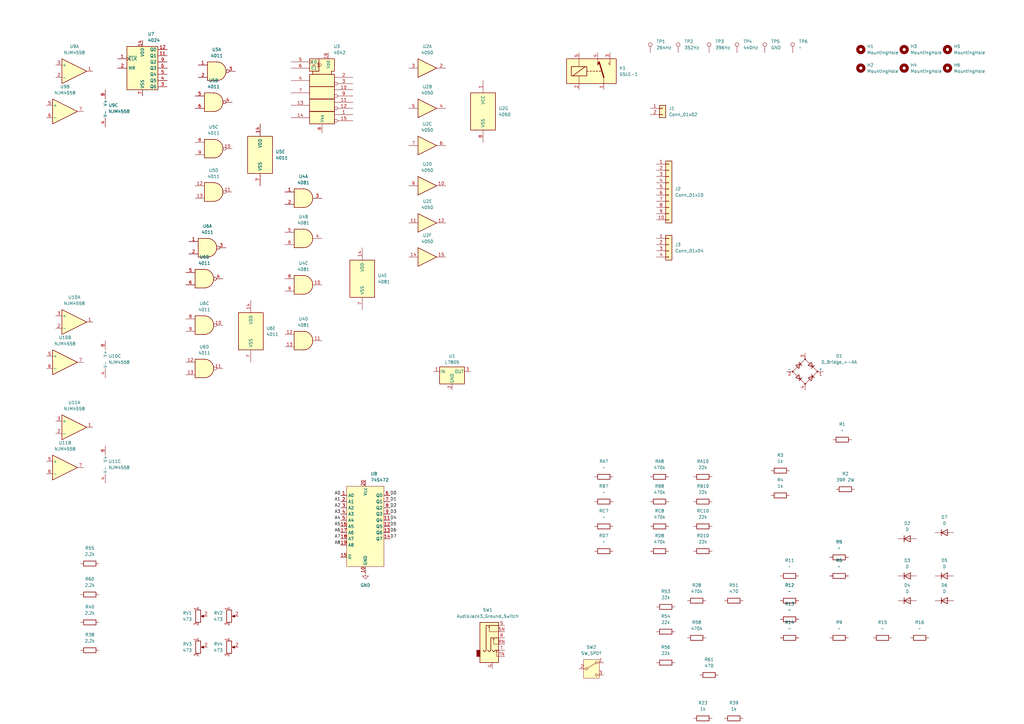
<source format=kicad_sch>
(kicad_sch (version 20250114) (generator "eeschema") (generator_version "9.0")
  (paper "A3")
  (label "A6" (at 139.7 218.44 180))
  (label "A4" (at 139.7 213.36 180))
  (label "D2" (at 160.02 208.28 0))
  (label "D4" (at 160.02 213.36 0))
  (label "A7" (at 139.7 220.98 180))
  (label "D1" (at 160.02 205.74 0))
  (label "A3" (at 139.7 210.82 180))
  (label "D7" (at 160.02 220.98 0))
  (label "D6" (at 160.02 218.44 0))
  (label "A0" (at 139.7 203.2 180))
  (label "A1" (at 139.7 205.74 180))
  (label "A2" (at 139.7 208.28 180))
  (label "D0" (at 160.02 203.2 0))
  (label "D3" (at 160.02 210.82 0))
  (label "D5" (at 160.02 215.9 0))
  (label "A5" (at 139.7 215.9 180))
  (label "A8" (at 139.7 223.52 180))
  (symbol (lib_id "Device:R") (at 36.83 255.27 90) (unit 1)
    (property "Reference" "R40" (at 36.83 248.92 90))
    (property "Value" "2.2k" (at 36.83 251.46 90))
    (property "Footprint" "Resistor_THT:R_Axial_DIN0207_L6.3mm_D2.5mm_P10.16mm_Horizontal" (effects (hide yes)))
    (property "Description" "Resistor" (effects (hide yes)))
  )
  (symbol (lib_id "4xxx:4050") (at 175.26 76.2 0) (unit 4)
    (property "Reference" "U2" (at 175.26 67.31 0))
    (property "Value" "4050" (at 175.26 69.85 0))
    (property "Footprint" "Package_DIP:DIP-16_W7.62mm" (effects (hide yes)))
    (property "Datasheet" "http://www.intersil.com/content/dam/intersil/documents/cd40/cd4050bms.pdf" (effects (hide yes)))
    (property "Description" "Hex Buffer" (effects (hide yes)))
  )
  (symbol (lib_id "4xxx:4050") (at 175.26 105.41 0) (unit 6)
    (property "Reference" "U2" (at 175.26 96.52 0))
    (property "Value" "4050" (at 175.26 99.06 0))
    (property "Footprint" "Package_DIP:DIP-16_W7.62mm" (effects (hide yes)))
    (property "Datasheet" "http://www.intersil.com/content/dam/intersil/documents/cd40/cd4050bms.pdf" (effects (hide yes)))
    (property "Description" "Hex Buffer" (effects (hide yes)))
  )
  (symbol (lib_id "Device:R") (at 247.65 226.06 90) (unit 1)
    (property "Reference" "RD7" (at 247.65 219.71 90))
    (property "Value" "~" (at 247.65 222.25 90))
    (property "Footprint" "Resistor_THT:R_Axial_DIN0207_L6.3mm_D2.5mm_P10.16mm_Horizontal" (effects (hide yes)))
    (property "Description" "Resistor" (effects (hide yes)))
  )
  (symbol (lib_id "Device:R") (at 285.75 261.62 90) (unit 1)
    (property "Reference" "R58" (at 285.75 255.27 90))
    (property "Value" "470k" (at 285.75 257.81 90))
    (property "Footprint" "Resistor_THT:R_Axial_DIN0207_L6.3mm_D2.5mm_P10.16mm_Horizontal" (effects (hide yes)))
    (property "Description" "Resistor" (effects (hide yes)))
  )
  (symbol (lib_id "4xxx:4081") (at 124.46 139.7 0) (unit 4)
    (property "Reference" "U4" (at 124.4517 130.81 0))
    (property "Value" "4081" (at 124.4517 133.35 0))
    (property "Footprint" "Package_DIP:DIP-14_W7.62mm" (effects (hide yes)))
    (property "Datasheet" "http://www.intersil.com/content/dam/Intersil/documents/cd40/cd4073bms-81bms-82bms.pdf" (effects (hide yes)))
    (property "Description" "Quad And 2 inputs" (effects (hide yes)))
  )
  (symbol (lib_id "Device:D_Bridge_+-AA") (at 330.2 152.4 0) (unit 1)
    (property "Reference" "D1" (at 344.17 145.9798 0))
    (property "Value" "D_Bridge_+-AA" (at 344.17 148.5198 0))
    (property "Footprint" "Diode_THT:Diode_Bridge_Vishay_KBL" (effects (hide yes)))
    (property "Description" "Diode bridge, +ve/-ve/AC/AC" (effects (hide yes)))
  )
  (symbol (lib_id "Device:R") (at 288.29 294.64 90) (unit 1)
    (property "Reference" "R23" (at 288.29 288.29 90))
    (property "Value" "1k" (at 288.29 290.83 90))
    (property "Footprint" "Resistor_THT:R_Axial_DIN0207_L6.3mm_D2.5mm_P10.16mm_Horizontal" (effects (hide yes)))
    (property "Description" "Resistor" (effects (hide yes)))
  )
  (symbol (lib_id "Device:R") (at 323.85 261.62 90) (unit 1)
    (property "Reference" "R14" (at 323.85 255.27 90))
    (property "Value" "~" (at 323.85 257.81 90))
    (property "Footprint" "Resistor_THT:R_Axial_DIN0207_L6.3mm_D2.5mm_P10.16mm_Horizontal" (effects (hide yes)))
    (property "Description" "Resistor" (effects (hide yes)))
  )
  (symbol (lib_id "Device:R") (at 300.99 246.38 90) (unit 1)
    (property "Reference" "R51" (at 300.99 240.03 90))
    (property "Value" "470" (at 300.99 242.57 90))
    (property "Footprint" "Resistor_THT:R_Axial_DIN0207_L6.3mm_D2.5mm_P10.16mm_Horizontal" (effects (hide yes)))
    (property "Description" "Resistor" (effects (hide yes)))
  )
  (symbol (lib_id "Device:R") (at 345.44 180.34 90) (unit 1)
    (property "Reference" "R1" (at 345.44 173.99 90))
    (property "Value" "~" (at 345.44 176.53 90))
    (property "Footprint" "Resistor_THT:R_Axial_DIN0207_L6.3mm_D2.5mm_P10.16mm_Horizontal" (effects (hide yes)))
    (property "Description" "Resistor" (effects (hide yes)))
  )
  (symbol (lib_id "Device:R") (at 344.17 228.6 90) (unit 1)
    (property "Reference" "R5" (at 344.17 222.25 90))
    (property "Value" "~" (at 344.17 224.79 90))
    (property "Footprint" "Resistor_THT:R_Axial_DIN0207_L6.3mm_D2.5mm_P10.16mm_Horizontal" (effects (hide yes)))
    (property "Description" "Resistor" (effects (hide yes)))
  )
  (symbol (lib_id "4xxx:4081") (at 124.46 116.84 0) (unit 3)
    (property "Reference" "U4" (at 124.4517 107.95 0))
    (property "Value" "4081" (at 124.4517 110.49 0))
    (property "Footprint" "Package_DIP:DIP-14_W7.62mm" (effects (hide yes)))
    (property "Datasheet" "http://www.intersil.com/content/dam/Intersil/documents/cd40/cd4073bms-81bms-82bms.pdf" (effects (hide yes)))
    (property "Description" "Quad And 2 inputs" (effects (hide yes)))
  )
  (symbol (lib_id "Device:C") (at 304.8 303.53 0) (unit 1)
    (property "Reference" "C5" (at 308.61 302.2599 0) (effects (justify left)))
    (property "Value" "C" (at 308.61 304.7999 0) (effects (justify left)))
    (property "Footprint" "Capacitor_THT:C_Disc_D10.0mm_W2.5mm_P5.00mm" (effects (hide yes)))
    (property "Description" "Unpolarized capacitor" (effects (hide yes)))
  )
  (symbol (lib_id "Device:C") (at 279.4 303.53 0) (unit 1)
    (property "Reference" "C36" (at 283.21 302.2599 0) (effects (justify left)))
    (property "Value" "C" (at 283.21 304.7999 0) (effects (justify left)))
    (property "Footprint" "Capacitor_THT:C_Disc_D10.0mm_W2.5mm_P5.00mm" (effects (hide yes)))
    (property "Description" "Unpolarized capacitor" (effects (hide yes)))
  )
  (symbol (lib_id "Device:D") (at 387.35 236.22 0) (unit 1)
    (property "Reference" "D5" (at 387.35 229.87 0))
    (property "Value" "D" (at 387.35 232.41 0))
    (property "Footprint" "Diode_THT:D_A-405_P10.16mm_Horizontal" (effects (hide yes)))
    (property "Description" "Diode" (effects (hide yes)))
    (property "Sim.Device" "D" (effects (hide yes)))
    (property "Sim.Pins" "1=K 2=A" (effects (hide yes)))
  )
  (symbol (lib_id "Device:R_Potentiometer") (at 93.98 252.73 0) (unit 1)
    (property "Reference" "RV2" (at 91.44 251.4599 0) (effects (justify right)))
    (property "Value" "473" (at 91.44 253.9999 0) (effects (justify right)))
    (property "Footprint" "Potentiometer_THT:Potentiometer_Runtron_RM-065_Vertical" (effects (hide yes)))
    (property "Description" "Potentiometer" (effects (hide yes)))
  )
  (symbol (lib_id "Device:R") (at 346.71 200.66 90) (unit 1)
    (property "Reference" "R2" (at 346.71 194.31 90))
    (property "Value" "39R 2W" (at 346.71 196.85 90))
    (property "Footprint" "Resistor_THT:R_Axial_DIN0516_L15.5mm_D5.0mm_P20.32mm_Horizontal" (effects (hide yes)))
    (property "Description" "Resistor" (effects (hide yes)))
  )
  (symbol (lib_id "Device:D") (at 427.99 215.9 0) (unit 1)
    (property "Reference" "DA8" (at 427.99 209.55 0))
    (property "Value" "D" (at 427.99 212.09 0))
    (property "Footprint" "Diode_THT:D_A-405_P10.16mm_Horizontal" (effects (hide yes)))
    (property "Description" "Diode" (effects (hide yes)))
    (property "Sim.Device" "D" (effects (hide yes)))
    (property "Sim.Pins" "1=K 2=A" (effects (hide yes)))
  )
  (symbol (lib_id "Connector_Audio:AudioJack3_Ground_Switch") (at 201.93 261.62 0) (unit 1)
    (property "Reference" "SW1" (at 200.025 250.19 0))
    (property "Value" "AudioJack3_Ground_Switch" (at 200.025 252.73 0))
    (property "Footprint" "Connector_Audio:Jack_6.35mm_Neutrik_NMJ6HCD2_Horizontal" (effects (hide yes)))
    (property "Description" "Audio Jack, 3 Poles (Stereo / TRS), Grounded Sleeve, Switched Poles (Normalling)" (effects (hide yes)))
  )
  (symbol (lib_id "Device:D") (at 387.35 246.38 0) (unit 1)
    (property "Reference" "D6" (at 387.35 240.03 0))
    (property "Value" "D" (at 387.35 242.57 0))
    (property "Footprint" "Diode_THT:D_A-405_P10.16mm_Horizontal" (effects (hide yes)))
    (property "Description" "Diode" (effects (hide yes)))
    (property "Sim.Device" "D" (effects (hide yes)))
    (property "Sim.Pins" "1=K 2=A" (effects (hide yes)))
  )
  (symbol (lib_id "power:GND") (at 149.86 234.95 0) (unit 1)
    (property "Reference" "#PWR01" (effects (hide yes)))
    (property "Value" "GND" (at 149.86 240.03 0))
    (property "Description" "Power symbol creates a global label with name \"GND\" , ground" (effects (hide yes)))
  )
  (symbol (lib_id "Device:R") (at 270.51 226.06 90) (unit 1)
    (property "Reference" "RD8" (at 270.51 219.71 90))
    (property "Value" "470k" (at 270.51 222.25 90))
    (property "Footprint" "Resistor_THT:R_Axial_DIN0207_L6.3mm_D2.5mm_P10.16mm_Horizontal" (effects (hide yes)))
    (property "Description" "Resistor" (effects (hide yes)))
  )
  (symbol (lib_id "Device:R") (at 217.17 337.82 90) (unit 1)
    (property "Reference" "R46" (at 217.17 331.47 90))
    (property "Value" "3.3k" (at 217.17 334.01 90))
    (property "Footprint" "Resistor_THT:R_Axial_DIN0207_L6.3mm_D2.5mm_P10.16mm_Horizontal" (effects (hide yes)))
    (property "Description" "Resistor" (effects (hide yes)))
  )
  (symbol (lib_id "Amplifier_Operational:NJM4558") (at 45.72 147.32 0) (unit 3)
    (property "Reference" "U10" (at 44.45 146.0499 0) (effects (justify left)))
    (property "Value" "NJM4558" (at 44.45 148.5899 0) (effects (justify left)))
    (property "Footprint" "Package_DIP:DIP-8_W7.62mm" (effects (hide yes)))
    (property "Datasheet" "http://www.njr.com/semicon/PDF/NJM4558_NJM4559_E.pdf" (effects (hide yes)))
    (property "Description" "Dual Operational Amplifier, DIP-8/DMP-8/SIP-8/SOP-8/SSOP-8" (effects (hide yes)))
  )
  (symbol (lib_id "Mechanical:MountingHole") (at 388.62 20.32 0) (unit 1) (in_bom no)
    (property "Reference" "H5" (at 391.16 19.0499 0) (effects (justify left)))
    (property "Value" "MountingHole" (at 391.16 21.5899 0) (effects (justify left)))
    (property "Footprint" "MountingHole:MountingHole_3.2mm_M3" (effects (hide yes)))
    (property "Description" "Mounting Hole without connection" (effects (hide yes)))
  )
  (symbol (lib_id "Amplifier_Operational:NJM4558") (at 30.48 175.26 0) (unit 1)
    (property "Reference" "U11" (at 30.48 165.1 0))
    (property "Value" "NJM4558" (at 30.48 167.64 0))
    (property "Footprint" "Package_DIP:DIP-8_W7.62mm" (effects (hide yes)))
    (property "Datasheet" "http://www.njr.com/semicon/PDF/NJM4558_NJM4559_E.pdf" (effects (hide yes)))
    (property "Description" "Dual Operational Amplifier, DIP-8/DMP-8/SIP-8/SOP-8/SSOP-8" (effects (hide yes)))
  )
  (symbol (lib_id "Connector:TestPoint") (at 278.13 21.59 0) (unit 1)
    (property "Reference" "TP2" (at 280.67 17.0179 0) (effects (justify left)))
    (property "Value" "352Hz" (at 280.67 19.5579 0) (effects (justify left)))
    (property "Footprint" "TestPoint:TestPoint_Keystone_5000-5004_Miniature" (effects (hide yes)))
    (property "Description" "test point" (effects (hide yes)))
  )
  (symbol (lib_id "Mechanical:MountingHole") (at 353.06 20.32 0) (unit 1) (in_bom no)
    (property "Reference" "H1" (at 355.6 19.0499 0) (effects (justify left)))
    (property "Value" "MountingHole" (at 355.6 21.5899 0) (effects (justify left)))
    (property "Footprint" "MountingHole:MountingHole_3.2mm_M3" (effects (hide yes)))
    (property "Description" "Mounting Hole without connection" (effects (hide yes)))
  )
  (symbol (lib_id "Relay:G5LE-1") (at 242.57 29.21 0) (unit 1)
    (property "Reference" "K1" (at 254 27.9399 0) (effects (justify left)))
    (property "Value" "G5LE-1" (at 254 30.4799 0) (effects (justify left)))
    (property "Footprint" "Relay_THT:Relay_SPDT_Omron-G5LE-1" (effects (hide yes)))
    (property "Datasheet" "http://www.omron.com/ecb/products/pdf/en-g5le.pdf" (effects (hide yes)))
    (property "Description" "Omron G5LE relay, Miniature Single Pole, SPDT, 10A" (effects (hide yes)))
  )
  (symbol (lib_id "4xxx:4011") (at 87.63 41.91 0) (unit 2)
    (property "Reference" "U5" (at 87.6217 33.02 0))
    (property "Value" "4011" (at 87.6217 35.56 0))
    (property "Footprint" "Package_DIP:DIP-14_W7.62mm" (effects (hide yes)))
    (property "Datasheet" "http://www.intersil.com/content/dam/Intersil/documents/cd40/cd4011bms-12bms-23bms.pdf" (effects (hide yes)))
    (property "Description" "Quad Nand 2 inputs" (effects (hide yes)))
  )
  (symbol (lib_id "4xxx:4011") (at 106.68 63.5 0) (unit 5)
    (property "Reference" "U5" (at 113.03 62.2299 0) (effects (justify left)))
    (property "Value" "4011" (at 113.03 64.7699 0) (effects (justify left)))
    (property "Footprint" "Package_DIP:DIP-14_W7.62mm" (effects (hide yes)))
    (property "Datasheet" "http://www.intersil.com/content/dam/Intersil/documents/cd40/cd4011bms-12bms-23bms.pdf" (effects (hide yes)))
    (property "Description" "Quad Nand 2 inputs" (effects (hide yes)))
  )
  (symbol (lib_id "Device:R") (at 36.83 243.84 90) (unit 1)
    (property "Reference" "R60" (at 36.83 237.49 90))
    (property "Value" "2.2k" (at 36.83 240.03 90))
    (property "Footprint" "Resistor_THT:R_Axial_DIN0207_L6.3mm_D2.5mm_P10.16mm_Horizontal" (effects (hide yes)))
    (property "Description" "Resistor" (effects (hide yes)))
  )
  (symbol (lib_id "Device:R") (at 323.85 254 90) (unit 1)
    (property "Reference" "R13" (at 323.85 247.65 90))
    (property "Value" "~" (at 323.85 250.19 90))
    (property "Footprint" "Resistor_THT:R_Axial_DIN0207_L6.3mm_D2.5mm_P10.16mm_Horizontal" (effects (hide yes)))
    (property "Description" "Resistor" (effects (hide yes)))
  )
  (symbol (lib_id "Device:C_Polarized") (at 261.62 303.53 0) (unit 1)
    (property "Reference" "C4" (at 265.43 301.3709 0) (effects (justify left)))
    (property "Value" "100u" (at 265.43 303.9109 0) (effects (justify left)))
    (property "Footprint" "Capacitor_THT:CP_Radial_D8.0mm_P3.50mm" (effects (hide yes)))
    (property "Description" "Polarized capacitor" (effects (hide yes)))
  )
  (symbol (lib_id "Connector:TestPoint") (at 290.83 21.59 0) (unit 1)
    (property "Reference" "TP3" (at 293.37 17.0179 0) (effects (justify left)))
    (property "Value" "396Hz" (at 293.37 19.5579 0) (effects (justify left)))
    (property "Footprint" "TestPoint:TestPoint_Keystone_5000-5004_Miniature" (effects (hide yes)))
    (property "Description" "test point" (effects (hide yes)))
  )
  (symbol (lib_id "Device:R") (at 288.29 205.74 90) (unit 1)
    (property "Reference" "RB10" (at 288.29 199.39 90))
    (property "Value" "22k" (at 288.29 201.93 90))
    (property "Footprint" "Resistor_THT:R_Axial_DIN0207_L6.3mm_D2.5mm_P10.16mm_Horizontal" (effects (hide yes)))
    (property "Description" "Resistor" (effects (hide yes)))
  )
  (symbol (lib_id "4xxx_IEEE:4042") (at 132.08 36.83 0) (unit 1)
    (property "Reference" "U3" (at 136.7633 19.05 0) (effects (justify left)))
    (property "Value" "4042" (at 136.7633 21.59 0) (effects (justify left)))
    (property "Footprint" "Package_DIP:DIP-16_W7.62mm" (effects (hide yes)))
  )
  (symbol (lib_id "Device:R") (at 285.75 246.38 90) (unit 1)
    (property "Reference" "R28" (at 285.75 240.03 90))
    (property "Value" "470k" (at 285.75 242.57 90))
    (property "Footprint" "Resistor_THT:R_Axial_DIN0207_L6.3mm_D2.5mm_P10.16mm_Horizontal" (effects (hide yes)))
    (property "Description" "Resistor" (effects (hide yes)))
  )
  (symbol (lib_id "Device:R_Potentiometer") (at 81.28 265.43 0) (unit 1)
    (property "Reference" "RV3" (at 78.74 264.1599 0) (effects (justify right)))
    (property "Value" "473" (at 78.74 266.6999 0) (effects (justify right)))
    (property "Footprint" "Potentiometer_THT:Potentiometer_Runtron_RM-065_Vertical" (effects (hide yes)))
    (property "Description" "Potentiometer" (effects (hide yes)))
  )
  (symbol (lib_id "Device:D") (at 427.99 226.06 0) (unit 1)
    (property "Reference" "DB8" (at 427.99 219.71 0))
    (property "Value" "D" (at 427.99 222.25 0))
    (property "Footprint" "Diode_THT:D_A-405_P10.16mm_Horizontal" (effects (hide yes)))
    (property "Description" "Diode" (effects (hide yes)))
    (property "Sim.Device" "D" (effects (hide yes)))
    (property "Sim.Pins" "1=K 2=A" (effects (hide yes)))
  )
  (symbol (lib_id "Device:R") (at 320.04 203.2 90) (unit 1)
    (property "Reference" "R4" (at 320.04 196.85 90))
    (property "Value" "1k" (at 320.04 199.39 90))
    (property "Footprint" "Resistor_THT:R_Axial_DIN0207_L6.3mm_D2.5mm_P10.16mm_Horizontal" (effects (hide yes)))
    (property "Description" "Resistor" (effects (hide yes)))
  )
  (symbol (lib_id "Amplifier_Operational:NJM4558") (at 45.72 44.45 0) (unit 3)
    (property "Reference" "U9" (at 44.45 43.1799 0) (effects (justify left)))
    (property "Value" "NJM4558" (at 44.45 45.7199 0) (effects (justify left)))
    (property "Footprint" "Package_DIP:DIP-8_W7.62mm" (effects (hide yes)))
    (property "Datasheet" "http://www.njr.com/semicon/PDF/NJM4558_NJM4559_E.pdf" (effects (hide yes)))
    (property "Description" "Dual Operational Amplifier, DIP-8/DMP-8/SIP-8/SOP-8/SSOP-8" (effects (hide yes)))
  )
  (symbol (lib_id "Amplifier_Operational:NJM4558") (at 26.67 191.77 0) (unit 2)
    (property "Reference" "U11" (at 26.67 181.61 0))
    (property "Value" "NJM4558" (at 26.67 184.15 0))
    (property "Footprint" "Package_DIP:DIP-8_W7.62mm" (effects (hide yes)))
    (property "Datasheet" "http://www.njr.com/semicon/PDF/NJM4558_NJM4559_E.pdf" (effects (hide yes)))
    (property "Description" "Dual Operational Amplifier, DIP-8/DMP-8/SIP-8/SOP-8/SSOP-8" (effects (hide yes)))
  )
  (symbol (lib_id "Amplifier_Operational:NJM4558") (at 30.48 132.08 0) (unit 1)
    (property "Reference" "U10" (at 30.48 121.92 0))
    (property "Value" "NJM4558" (at 30.48 124.46 0))
    (property "Footprint" "Package_DIP:DIP-8_W7.62mm" (effects (hide yes)))
    (property "Datasheet" "http://www.njr.com/semicon/PDF/NJM4558_NJM4559_E.pdf" (effects (hide yes)))
    (property "Description" "Dual Operational Amplifier, DIP-8/DMP-8/SIP-8/SOP-8/SSOP-8" (effects (hide yes)))
  )
  (symbol (lib_id "Device:R") (at 273.05 248.92 90) (unit 1)
    (property "Reference" "R53" (at 273.05 242.57 90))
    (property "Value" "22k" (at 273.05 245.11 90))
    (property "Footprint" "Resistor_THT:R_Axial_DIN0207_L6.3mm_D2.5mm_P10.16mm_Horizontal" (effects (hide yes)))
    (property "Description" "Resistor" (effects (hide yes)))
  )
  (symbol (lib_id "Connector:TestPoint") (at 266.7 21.59 0) (unit 1)
    (property "Reference" "TP1" (at 269.24 17.0179 0) (effects (justify left)))
    (property "Value" "264Hz" (at 269.24 19.5579 0) (effects (justify left)))
    (property "Footprint" "TestPoint:TestPoint_Keystone_5000-5004_Miniature" (effects (hide yes)))
    (property "Description" "test point" (effects (hide yes)))
  )
  (symbol (lib_id "Device:R_Potentiometer") (at 93.98 265.43 0) (unit 1)
    (property "Reference" "RV4" (at 91.44 264.1599 0) (effects (justify right)))
    (property "Value" "473" (at 91.44 266.6999 0) (effects (justify right)))
    (property "Footprint" "Potentiometer_THT:Potentiometer_Runtron_RM-065_Vertical" (effects (hide yes)))
    (property "Description" "Potentiometer" (effects (hide yes)))
  )
  (symbol (lib_id "4xxx:4050") (at 175.26 27.94 0) (unit 1)
    (property "Reference" "U2" (at 175.26 19.05 0))
    (property "Value" "4050" (at 175.26 21.59 0))
    (property "Footprint" "Package_DIP:DIP-16_W7.62mm" (effects (hide yes)))
    (property "Datasheet" "http://www.intersil.com/content/dam/intersil/documents/cd40/cd4050bms.pdf" (effects (hide yes)))
    (property "Description" "Hex Buffer" (effects (hide yes)))
  )
  (symbol (lib_id "Device:D") (at 372.11 246.38 0) (unit 1)
    (property "Reference" "D4" (at 372.11 240.03 0))
    (property "Value" "D" (at 372.11 242.57 0))
    (property "Footprint" "Diode_THT:D_A-405_P10.16mm_Horizontal" (effects (hide yes)))
    (property "Description" "Diode" (effects (hide yes)))
    (property "Sim.Device" "D" (effects (hide yes)))
    (property "Sim.Pins" "1=K 2=A" (effects (hide yes)))
  )
  (symbol (lib_id "Mechanical:MountingHole") (at 388.62 27.94 0) (unit 1) (in_bom no)
    (property "Reference" "H6" (at 391.16 26.6699 0) (effects (justify left)))
    (property "Value" "MountingHole" (at 391.16 29.2099 0) (effects (justify left)))
    (property "Footprint" "MountingHole:MountingHole_3.2mm_M3" (effects (hide yes)))
    (property "Description" "Mounting Hole without connection" (effects (hide yes)))
  )
  (symbol (lib_id "Device:R") (at 217.17 313.69 90) (unit 1)
    (property "Reference" "R31" (at 217.17 307.34 90))
    (property "Value" "3.3k" (at 217.17 309.88 90))
    (property "Footprint" "Resistor_THT:R_Axial_DIN0207_L6.3mm_D2.5mm_P10.16mm_Horizontal" (effects (hide yes)))
    (property "Description" "Resistor" (effects (hide yes)))
  )
  (symbol (lib_id "Device:R") (at 36.83 231.14 90) (unit 1)
    (property "Reference" "R55" (at 36.83 224.79 90))
    (property "Value" "2.2k" (at 36.83 227.33 90))
    (property "Footprint" "Resistor_THT:R_Axial_DIN0207_L6.3mm_D2.5mm_P10.16mm_Horizontal" (effects (hide yes)))
    (property "Description" "Resistor" (effects (hide yes)))
  )
  (symbol (lib_id "Device:R") (at 273.05 259.08 90) (unit 1)
    (property "Reference" "R54" (at 273.05 252.73 90))
    (property "Value" "22k" (at 273.05 255.27 90))
    (property "Footprint" "Resistor_THT:R_Axial_DIN0207_L6.3mm_D2.5mm_P10.16mm_Horizontal" (effects (hide yes)))
    (property "Description" "Resistor" (effects (hide yes)))
  )
  (symbol (lib_id "4xxx:4081") (at 124.46 97.79 0) (unit 2)
    (property "Reference" "U4" (at 124.4517 88.9 0))
    (property "Value" "4081" (at 124.4517 91.44 0))
    (property "Footprint" "Package_DIP:DIP-14_W7.62mm" (effects (hide yes)))
    (property "Datasheet" "http://www.intersil.com/content/dam/Intersil/documents/cd40/cd4073bms-81bms-82bms.pdf" (effects (hide yes)))
    (property "Description" "Quad And 2 inputs" (effects (hide yes)))
  )
  (symbol (lib_id "Device:R") (at 323.85 246.38 90) (unit 1)
    (property "Reference" "R12" (at 323.85 240.03 90))
    (property "Value" "~" (at 323.85 242.57 90))
    (property "Footprint" "Resistor_THT:R_Axial_DIN0207_L6.3mm_D2.5mm_P10.16mm_Horizontal" (effects (hide yes)))
    (property "Description" "Resistor" (effects (hide yes)))
  )
  (symbol (lib_id "Device:R") (at 288.29 226.06 90) (unit 1)
    (property "Reference" "RD10" (at 288.29 219.71 90))
    (property "Value" "22k" (at 288.29 222.25 90))
    (property "Footprint" "Resistor_THT:R_Axial_DIN0207_L6.3mm_D2.5mm_P10.16mm_Horizontal" (effects (hide yes)))
    (property "Description" "Resistor" (effects (hide yes)))
  )
  (symbol (lib_id "BPROM:74S472") (at 149.86 215.9 0) (unit 1)
    (property "Reference" "U8" (at 152.0033 194.31 0) (effects (justify left)))
    (property "Value" "74S472" (at 152.0033 196.85 0) (effects (justify left)))
    (property "Footprint" "Package_DIP:DIP-20_W7.62mm" (effects (hide yes)))
  )
  (symbol (lib_id "Device:R") (at 270.51 195.58 90) (unit 1)
    (property "Reference" "RA8" (at 270.51 189.23 90))
    (property "Value" "470k" (at 270.51 191.77 90))
    (property "Footprint" "Resistor_THT:R_Axial_DIN0207_L6.3mm_D2.5mm_P10.16mm_Horizontal" (effects (hide yes)))
    (property "Description" "Resistor" (effects (hide yes)))
  )
  (symbol (lib_id "Device:R") (at 247.65 195.58 90) (unit 1)
    (property "Reference" "RA7" (at 247.65 189.23 90))
    (property "Value" "~" (at 247.65 191.77 90))
    (property "Footprint" "Resistor_THT:R_Axial_DIN0207_L6.3mm_D2.5mm_P10.16mm_Horizontal" (effects (hide yes)))
    (property "Description" "Resistor" (effects (hide yes)))
  )
  (symbol (lib_id "Device:R") (at 270.51 215.9 90) (unit 1)
    (property "Reference" "RC8" (at 270.51 209.55 90))
    (property "Value" "470k" (at 270.51 212.09 90))
    (property "Footprint" "Resistor_THT:R_Axial_DIN0207_L6.3mm_D2.5mm_P10.16mm_Horizontal" (effects (hide yes)))
    (property "Description" "Resistor" (effects (hide yes)))
  )
  (symbol (lib_id "4xxx:4011") (at 102.87 135.89 0) (unit 5)
    (property "Reference" "U6" (at 109.22 134.6199 0) (effects (justify left)))
    (property "Value" "4011" (at 109.22 137.1599 0) (effects (justify left)))
    (property "Footprint" "Package_DIP:DIP-14_W7.62mm" (effects (hide yes)))
    (property "Datasheet" "http://www.intersil.com/content/dam/Intersil/documents/cd40/cd4011bms-12bms-23bms.pdf" (effects (hide yes)))
    (property "Description" "Quad Nand 2 inputs" (effects (hide yes)))
  )
  (symbol (lib_id "4xxx:4050") (at 175.26 44.45 0) (unit 2)
    (property "Reference" "U2" (at 175.26 35.56 0))
    (property "Value" "4050" (at 175.26 38.1 0))
    (property "Footprint" "Package_DIP:DIP-16_W7.62mm" (effects (hide yes)))
    (property "Datasheet" "http://www.intersil.com/content/dam/intersil/documents/cd40/cd4050bms.pdf" (effects (hide yes)))
    (property "Description" "Hex Buffer" (effects (hide yes)))
  )
  (symbol (lib_id "Connector:TestPoint") (at 313.69 21.59 0) (unit 1)
    (property "Reference" "TP5" (at 316.23 17.0179 0) (effects (justify left)))
    (property "Value" "GND" (at 316.23 19.5579 0) (effects (justify left)))
    (property "Footprint" "TestPoint:TestPoint_Keystone_5000-5004_Miniature" (effects (hide yes)))
    (property "Description" "test point" (effects (hide yes)))
  )
  (symbol (lib_id "Amplifier_Operational:NJM4558") (at 26.67 45.72 0) (unit 2)
    (property "Reference" "U9" (at 26.67 35.56 0))
    (property "Value" "NJM4558" (at 26.67 38.1 0))
    (property "Footprint" "Package_DIP:DIP-8_W7.62mm" (effects (hide yes)))
    (property "Datasheet" "http://www.njr.com/semicon/PDF/NJM4558_NJM4559_E.pdf" (effects (hide yes)))
    (property "Description" "Dual Operational Amplifier, DIP-8/DMP-8/SIP-8/SOP-8/SSOP-8" (effects (hide yes)))
  )
  (symbol (lib_id "Device:R") (at 270.51 205.74 90) (unit 1)
    (property "Reference" "RB8" (at 270.51 199.39 90))
    (property "Value" "470k" (at 270.51 201.93 90))
    (property "Footprint" "Resistor_THT:R_Axial_DIN0207_L6.3mm_D2.5mm_P10.16mm_Horizontal" (effects (hide yes)))
    (property "Description" "Resistor" (effects (hide yes)))
  )
  (symbol (lib_id "Device:R") (at 377.19 261.62 90) (unit 1)
    (property "Reference" "R16" (at 377.19 255.27 90))
    (property "Value" "~" (at 377.19 257.81 90))
    (property "Footprint" "Resistor_THT:R_Axial_DIN0207_L6.3mm_D2.5mm_P10.16mm_Horizontal" (effects (hide yes)))
    (property "Description" "Resistor" (effects (hide yes)))
  )
  (symbol (lib_id "Device:D") (at 372.11 236.22 0) (unit 1)
    (property "Reference" "D3" (at 372.11 229.87 0))
    (property "Value" "D" (at 372.11 232.41 0))
    (property "Footprint" "Diode_THT:D_A-405_P10.16mm_Horizontal" (effects (hide yes)))
    (property "Description" "Diode" (effects (hide yes)))
    (property "Sim.Device" "D" (effects (hide yes)))
    (property "Sim.Pins" "1=K 2=A" (effects (hide yes)))
  )
  (symbol (lib_id "Device:R") (at 300.99 294.64 90) (unit 1)
    (property "Reference" "R39" (at 300.99 288.29 90))
    (property "Value" "1k" (at 300.99 290.83 90))
    (property "Footprint" "Resistor_THT:R_Axial_DIN0207_L6.3mm_D2.5mm_P10.16mm_Horizontal" (effects (hide yes)))
    (property "Description" "Resistor" (effects (hide yes)))
  )
  (symbol (lib_id "4xxx:4011") (at 85.09 101.6 0) (unit 1)
    (property "Reference" "U6" (at 85.0817 92.71 0))
    (property "Value" "4011" (at 85.0817 95.25 0))
    (property "Footprint" "Package_DIP:DIP-14_W7.62mm" (effects (hide yes)))
    (property "Datasheet" "http://www.intersil.com/content/dam/Intersil/documents/cd40/cd4011bms-12bms-23bms.pdf" (effects (hide yes)))
    (property "Description" "Quad Nand 2 inputs" (effects (hide yes)))
  )
  (symbol (lib_id "Device:R") (at 290.83 276.86 90) (unit 1)
    (property "Reference" "R61" (at 290.83 270.51 90))
    (property "Value" "470" (at 290.83 273.05 90))
    (property "Footprint" "Resistor_THT:R_Axial_DIN0207_L6.3mm_D2.5mm_P10.16mm_Horizontal" (effects (hide yes)))
    (property "Description" "Resistor" (effects (hide yes)))
  )
  (symbol (lib_id "Connector_Generic:Conn_01x04") (at 274.32 100.33 0) (unit 1)
    (property "Reference" "J3" (at 276.86 100.3299 0) (effects (justify left)))
    (property "Value" "Conn_01x04" (at 276.86 102.8699 0) (effects (justify left)))
    (property "Footprint" "Connector_JST:JST_EH_B4B-EH-A_1x04_P2.50mm_Vertical" (effects (hide yes)))
    (property "Description" "Generic connector, single row, 01x04, script generated (kicad-library-utils/schlib/autogen/connector/)" (effects (hide yes)))
  )
  (symbol (lib_id "Device:D") (at 427.99 248.92 0) (unit 1)
    (property "Reference" "DD8" (at 427.99 242.57 0))
    (property "Value" "D" (at 427.99 245.11 0))
    (property "Footprint" "Diode_THT:D_A-405_P10.16mm_Horizontal" (effects (hide yes)))
    (property "Description" "Diode" (effects (hide yes)))
    (property "Sim.Device" "D" (effects (hide yes)))
    (property "Sim.Pins" "1=K 2=A" (effects (hide yes)))
  )
  (symbol (lib_id "Mechanical:MountingHole") (at 370.84 27.94 0) (unit 1) (in_bom no)
    (property "Reference" "H4" (at 373.38 26.6699 0) (effects (justify left)))
    (property "Value" "MountingHole" (at 373.38 29.2099 0) (effects (justify left)))
    (property "Footprint" "MountingHole:MountingHole_3.2mm_M3" (effects (hide yes)))
    (property "Description" "Mounting Hole without connection" (effects (hide yes)))
  )
  (symbol (lib_id "Connector:TestPoint") (at 325.12 21.59 0) (unit 1)
    (property "Reference" "TP6" (at 327.66 17.0179 0) (effects (justify left)))
    (property "Value" "~" (at 327.66 19.5579 0) (effects (justify left)))
    (property "Footprint" "TestPoint:TestPoint_Keystone_5000-5004_Miniature" (effects (hide yes)))
    (property "Description" "test point" (effects (hide yes)))
  )
  (symbol (lib_id "Device:C") (at 317.5 303.53 0) (unit 1)
    (property "Reference" "C25" (at 321.31 302.2599 0) (effects (justify left)))
    (property "Value" "C" (at 321.31 304.7999 0) (effects (justify left)))
    (property "Footprint" "Capacitor_THT:C_Disc_D10.0mm_W2.5mm_P5.00mm" (effects (hide yes)))
    (property "Description" "Unpolarized capacitor" (effects (hide yes)))
  )
  (symbol (lib_id "Device:R") (at 36.83 266.7 90) (unit 1)
    (property "Reference" "R38" (at 36.83 260.35 90))
    (property "Value" "2.2k" (at 36.83 262.89 90))
    (property "Footprint" "Resistor_THT:R_Axial_DIN0207_L6.3mm_D2.5mm_P10.16mm_Horizontal" (effects (hide yes)))
    (property "Description" "Resistor" (effects (hide yes)))
  )
  (symbol (lib_id "Device:D") (at 372.11 220.98 0) (unit 1)
    (property "Reference" "D2" (at 372.11 214.63 0))
    (property "Value" "D" (at 372.11 217.17 0))
    (property "Footprint" "Diode_THT:D_A-405_P10.16mm_Horizontal" (effects (hide yes)))
    (property "Description" "Diode" (effects (hide yes)))
    (property "Sim.Device" "D" (effects (hide yes)))
    (property "Sim.Pins" "1=K 2=A" (effects (hide yes)))
  )
  (symbol (lib_id "4xxx:4011") (at 87.63 60.96 0) (unit 3)
    (property "Reference" "U5" (at 87.6217 52.07 0))
    (property "Value" "4011" (at 87.6217 54.61 0))
    (property "Footprint" "Package_DIP:DIP-14_W7.62mm" (effects (hide yes)))
    (property "Datasheet" "http://www.intersil.com/content/dam/Intersil/documents/cd40/cd4011bms-12bms-23bms.pdf" (effects (hide yes)))
    (property "Description" "Quad Nand 2 inputs" (effects (hide yes)))
  )
  (symbol (lib_id "Device:D") (at 387.35 218.44 0) (unit 1)
    (property "Reference" "D7" (at 387.35 212.09 0))
    (property "Value" "D" (at 387.35 214.63 0))
    (property "Footprint" "Diode_THT:D_A-405_P10.16mm_Horizontal" (effects (hide yes)))
    (property "Description" "Diode" (effects (hide yes)))
    (property "Sim.Device" "D" (effects (hide yes)))
    (property "Sim.Pins" "1=K 2=A" (effects (hide yes)))
  )
  (symbol (lib_id "Device:R") (at 247.65 205.74 90) (unit 1)
    (property "Reference" "RB7" (at 247.65 199.39 90))
    (property "Value" "~" (at 247.65 201.93 90))
    (property "Footprint" "Resistor_THT:R_Axial_DIN0207_L6.3mm_D2.5mm_P10.16mm_Horizontal" (effects (hide yes)))
    (property "Description" "Resistor" (effects (hide yes)))
  )
  (symbol (lib_id "Device:R") (at 288.29 195.58 90) (unit 1)
    (property "Reference" "RA10" (at 288.29 189.23 90))
    (property "Value" "22k" (at 288.29 191.77 90))
    (property "Footprint" "Resistor_THT:R_Axial_DIN0207_L6.3mm_D2.5mm_P10.16mm_Horizontal" (effects (hide yes)))
    (property "Description" "Resistor" (effects (hide yes)))
  )
  (symbol (lib_id "4xxx:4011") (at 88.9 29.21 0) (unit 1)
    (property "Reference" "U5" (at 88.8917 20.32 0))
    (property "Value" "4011" (at 88.8917 22.86 0))
    (property "Footprint" "Package_DIP:DIP-14_W7.62mm" (effects (hide yes)))
    (property "Datasheet" "http://www.intersil.com/content/dam/Intersil/documents/cd40/cd4011bms-12bms-23bms.pdf" (effects (hide yes)))
    (property "Description" "Quad Nand 2 inputs" (effects (hide yes)))
  )
  (symbol (lib_id "Device:R") (at 217.17 327.66 90) (unit 1)
    (property "Reference" "R34" (at 217.17 321.31 90))
    (property "Value" "3.3k" (at 217.17 323.85 90))
    (property "Footprint" "Resistor_THT:R_Axial_DIN0207_L6.3mm_D2.5mm_P10.16mm_Horizontal" (effects (hide yes)))
    (property "Description" "Resistor" (effects (hide yes)))
  )
  (symbol (lib_id "Device:R") (at 247.65 215.9 90) (unit 1)
    (property "Reference" "RC7" (at 247.65 209.55 90))
    (property "Value" "~" (at 247.65 212.09 90))
    (property "Footprint" "Resistor_THT:R_Axial_DIN0207_L6.3mm_D2.5mm_P10.16mm_Horizontal" (effects (hide yes)))
    (property "Description" "Resistor" (effects (hide yes)))
  )
  (symbol (lib_id "Device:R") (at 320.04 193.04 90) (unit 1)
    (property "Reference" "R3" (at 320.04 186.69 90))
    (property "Value" "1k" (at 320.04 189.23 90))
    (property "Footprint" "Resistor_THT:R_Axial_DIN0207_L6.3mm_D2.5mm_P10.16mm_Horizontal" (effects (hide yes)))
    (property "Description" "Resistor" (effects (hide yes)))
  )
  (symbol (lib_id "Switch:SW_SPDT") (at 242.57 274.32 0) (unit 1)
    (property "Reference" "SW2" (at 242.57 265.43 0))
    (property "Value" "SW_SPDT" (at 242.57 267.97 0))
    (property "Footprint" "Button_Switch_THT:SW_E-Switch_EG1224_SPDT_Angled" (effects (hide yes)))
    (property "Description" "Switch, single pole double throw" (effects (hide yes)))
  )
  (symbol (lib_id "Amplifier_Operational:NJM4558") (at 45.72 190.5 0) (unit 3)
    (property "Reference" "U11" (at 44.45 189.2299 0) (effects (justify left)))
    (property "Value" "NJM4558" (at 44.45 191.7699 0) (effects (justify left)))
    (property "Footprint" "Package_DIP:DIP-8_W7.62mm" (effects (hide yes)))
    (property "Datasheet" "http://www.njr.com/semicon/PDF/NJM4558_NJM4559_E.pdf" (effects (hide yes)))
    (property "Description" "Dual Operational Amplifier, DIP-8/DMP-8/SIP-8/SOP-8/SSOP-8" (effects (hide yes)))
  )
  (symbol (lib_id "Device:R") (at 273.05 271.78 90) (unit 1)
    (property "Reference" "R56" (at 273.05 265.43 90))
    (property "Value" "22k" (at 273.05 267.97 90))
    (property "Footprint" "Resistor_THT:R_Axial_DIN0207_L6.3mm_D2.5mm_P10.16mm_Horizontal" (effects (hide yes)))
    (property "Description" "Resistor" (effects (hide yes)))
  )
  (symbol (lib_id "4xxx:4081") (at 124.46 81.28 0) (unit 1)
    (property "Reference" "U4" (at 124.4517 72.39 0))
    (property "Value" "4081" (at 124.4517 74.93 0))
    (property "Footprint" "Package_DIP:DIP-14_W7.62mm" (effects (hide yes)))
    (property "Datasheet" "http://www.intersil.com/content/dam/Intersil/documents/cd40/cd4073bms-81bms-82bms.pdf" (effects (hide yes)))
    (property "Description" "Quad And 2 inputs" (effects (hide yes)))
  )
  (symbol (lib_id "Amplifier_Operational:NJM4558") (at 26.67 148.59 0) (unit 2)
    (property "Reference" "U10" (at 26.67 138.43 0))
    (property "Value" "NJM4558" (at 26.67 140.97 0))
    (property "Footprint" "Package_DIP:DIP-8_W7.62mm" (effects (hide yes)))
    (property "Datasheet" "http://www.njr.com/semicon/PDF/NJM4558_NJM4559_E.pdf" (effects (hide yes)))
    (property "Description" "Dual Operational Amplifier, DIP-8/DMP-8/SIP-8/SOP-8/SSOP-8" (effects (hide yes)))
  )
  (symbol (lib_id "Device:R") (at 288.29 215.9 90) (unit 1)
    (property "Reference" "RC10" (at 288.29 209.55 90))
    (property "Value" "22k" (at 288.29 212.09 90))
    (property "Footprint" "Resistor_THT:R_Axial_DIN0207_L6.3mm_D2.5mm_P10.16mm_Horizontal" (effects (hide yes)))
    (property "Description" "Resistor" (effects (hide yes)))
  )
  (symbol (lib_id "Device:R") (at 323.85 236.22 90) (unit 1)
    (property "Reference" "R11" (at 323.85 229.87 90))
    (property "Value" "~" (at 323.85 232.41 90))
    (property "Footprint" "Resistor_THT:R_Axial_DIN0207_L6.3mm_D2.5mm_P10.16mm_Horizontal" (effects (hide yes)))
    (property "Description" "Resistor" (effects (hide yes)))
  )
  (symbol (lib_id "Regulator_Linear:L7805") (at 185.42 152.4 0) (unit 1)
    (property "Reference" "U1" (at 185.42 146.05 0))
    (property "Value" "L7805" (at 185.42 148.59 0))
    (property "Footprint" "Package_TO_SOT_THT:TO-220-3_Vertical" (effects (hide yes)))
    (property "Datasheet" "http://www.st.com/content/ccc/resource/technical/document/datasheet/41/4f/b3/b0/12/d4/47/88/CD00000444.pdf/files/CD00000444.pdf/jcr:content/translations/en.CD00000444.pdf" (effects (hide yes)))
    (property "Description" "Positive 1.5A 35V Linear Regulator, Fixed Output 5V, TO-220/TO-263/TO-252" (effects (hide yes)))
  )
  (symbol (lib_id "Connector:TestPoint") (at 302.26 21.59 0) (unit 1)
    (property "Reference" "TP4" (at 304.8 17.0179 0) (effects (justify left)))
    (property "Value" "440Hz" (at 304.8 19.5579 0) (effects (justify left)))
    (property "Footprint" "TestPoint:TestPoint_Keystone_5000-5004_Miniature" (effects (hide yes)))
    (property "Description" "test point" (effects (hide yes)))
  )
  (symbol (lib_id "4xxx:4011") (at 83.82 133.35 0) (unit 3)
    (property "Reference" "U6" (at 83.8117 124.46 0))
    (property "Value" "4011" (at 83.8117 127 0))
    (property "Footprint" "Package_DIP:DIP-14_W7.62mm" (effects (hide yes)))
    (property "Datasheet" "http://www.intersil.com/content/dam/Intersil/documents/cd40/cd4011bms-12bms-23bms.pdf" (effects (hide yes)))
    (property "Description" "Quad Nand 2 inputs" (effects (hide yes)))
  )
  (symbol (lib_id "4xxx:4011") (at 87.63 78.74 0) (unit 4)
    (property "Reference" "U5" (at 87.6217 69.85 0))
    (property "Value" "4011" (at 87.6217 72.39 0))
    (property "Footprint" "Package_DIP:DIP-14_W7.62mm" (effects (hide yes)))
    (property "Datasheet" "http://www.intersil.com/content/dam/Intersil/documents/cd40/cd4011bms-12bms-23bms.pdf" (effects (hide yes)))
    (property "Description" "Quad Nand 2 inputs" (effects (hide yes)))
  )
  (symbol (lib_id "4xxx:4050") (at 175.26 59.69 0) (unit 3)
    (property "Reference" "U2" (at 175.26 50.8 0))
    (property "Value" "4050" (at 175.26 53.34 0))
    (property "Footprint" "Package_DIP:DIP-16_W7.62mm" (effects (hide yes)))
    (property "Datasheet" "http://www.intersil.com/content/dam/intersil/documents/cd40/cd4050bms.pdf" (effects (hide yes)))
    (property "Description" "Hex Buffer" (effects (hide yes)))
  )
  (symbol (lib_id "4xxx:4050") (at 198.12 45.72 0) (unit 7)
    (property "Reference" "U2" (at 204.47 44.4499 0) (effects (justify left)))
    (property "Value" "4050" (at 204.47 46.9899 0) (effects (justify left)))
    (property "Footprint" "Package_DIP:DIP-16_W7.62mm" (effects (hide yes)))
    (property "Datasheet" "http://www.intersil.com/content/dam/intersil/documents/cd40/cd4050bms.pdf" (effects (hide yes)))
    (property "Description" "Hex Buffer" (effects (hide yes)))
  )
  (symbol (lib_id "4xxx:4081") (at 148.59 114.3 0) (unit 5)
    (property "Reference" "U4" (at 154.94 113.0299 0) (effects (justify left)))
    (property "Value" "4081" (at 154.94 115.5699 0) (effects (justify left)))
    (property "Footprint" "Package_DIP:DIP-14_W7.62mm" (effects (hide yes)))
    (property "Datasheet" "http://www.intersil.com/content/dam/Intersil/documents/cd40/cd4073bms-81bms-82bms.pdf" (effects (hide yes)))
    (property "Description" "Quad And 2 inputs" (effects (hide yes)))
  )
  (symbol (lib_id "4xxx_IEEE:4024") (at 58.42 29.21 0) (unit 1)
    (property "Reference" "U7" (at 60.5633 13.97 0) (effects (justify left)))
    (property "Value" "4024" (at 60.5633 16.51 0) (effects (justify left)))
    (property "Footprint" "Package_DIP:DIP-14_W7.62mm" (effects (hide yes)))
  )
  (symbol (lib_id "Mechanical:MountingHole") (at 370.84 20.32 0) (unit 1) (in_bom no)
    (property "Reference" "H3" (at 373.38 19.0499 0) (effects (justify left)))
    (property "Value" "MountingHole" (at 373.38 21.5899 0) (effects (justify left)))
    (property "Footprint" "MountingHole:MountingHole_3.2mm_M3" (effects (hide yes)))
    (property "Description" "Mounting Hole without connection" (effects (hide yes)))
  )
  (symbol (lib_id "4xxx:4011") (at 83.82 151.13 0) (unit 4)
    (property "Reference" "U6" (at 83.8117 142.24 0))
    (property "Value" "4011" (at 83.8117 144.78 0))
    (property "Footprint" "Package_DIP:DIP-14_W7.62mm" (effects (hide yes)))
    (property "Datasheet" "http://www.intersil.com/content/dam/Intersil/documents/cd40/cd4011bms-12bms-23bms.pdf" (effects (hide yes)))
    (property "Description" "Quad Nand 2 inputs" (effects (hide yes)))
  )
  (symbol (lib_id "Mechanical:MountingHole") (at 353.06 27.94 0) (unit 1) (in_bom no)
    (property "Reference" "H2" (at 355.6 26.6699 0) (effects (justify left)))
    (property "Value" "MountingHole" (at 355.6 29.2099 0) (effects (justify left)))
    (property "Footprint" "MountingHole:MountingHole_3.2mm_M3" (effects (hide yes)))
    (property "Description" "Mounting Hole without connection" (effects (hide yes)))
  )
  (symbol (lib_id "Device:D") (at 427.99 238.76 0) (unit 1)
    (property "Reference" "DC8" (at 427.99 232.41 0))
    (property "Value" "D" (at 427.99 234.95 0))
    (property "Footprint" "Diode_THT:D_A-405_P10.16mm_Horizontal" (effects (hide yes)))
    (property "Description" "Diode" (effects (hide yes)))
    (property "Sim.Device" "D" (effects (hide yes)))
    (property "Sim.Pins" "1=K 2=A" (effects (hide yes)))
  )
  (symbol (lib_id "4xxx:4050") (at 175.26 91.44 0) (unit 5)
    (property "Reference" "U2" (at 175.26 82.55 0))
    (property "Value" "4050" (at 175.26 85.09 0))
    (property "Footprint" "Package_DIP:DIP-16_W7.62mm" (effects (hide yes)))
    (property "Datasheet" "http://www.intersil.com/content/dam/intersil/documents/cd40/cd4050bms.pdf" (effects (hide yes)))
    (property "Description" "Hex Buffer" (effects (hide yes)))
  )
  (symbol (lib_id "Amplifier_Operational:NJM4558") (at 30.48 29.21 0) (unit 1)
    (property "Reference" "U9" (at 30.48 19.05 0))
    (property "Value" "NJM4558" (at 30.48 21.59 0))
    (property "Footprint" "Package_DIP:DIP-8_W7.62mm" (effects (hide yes)))
    (property "Datasheet" "http://www.njr.com/semicon/PDF/NJM4558_NJM4559_E.pdf" (effects (hide yes)))
    (property "Description" "Dual Operational Amplifier, DIP-8/DMP-8/SIP-8/SOP-8/SSOP-8" (effects (hide yes)))
  )
  (symbol (lib_id "Device:R") (at 361.95 261.62 90) (unit 1)
    (property "Reference" "R15" (at 361.95 255.27 90))
    (property "Value" "~" (at 361.95 257.81 90))
    (property "Footprint" "Resistor_THT:R_Axial_DIN0207_L6.3mm_D2.5mm_P10.16mm_Horizontal" (effects (hide yes)))
    (property "Description" "Resistor" (effects (hide yes)))
  )
  (symbol (lib_id "Device:R") (at 344.17 236.22 90) (unit 1)
    (property "Reference" "R6" (at 344.17 229.87 90))
    (property "Value" "~" (at 344.17 232.41 90))
    (property "Footprint" "Resistor_THT:R_Axial_DIN0207_L6.3mm_D2.5mm_P10.16mm_Horizontal" (effects (hide yes)))
    (property "Description" "Resistor" (effects (hide yes)))
  )
  (symbol (lib_id "Device:C") (at 292.1 303.53 0) (unit 1)
    (property "Reference" "C16" (at 295.91 302.2599 0) (effects (justify left)))
    (property "Value" "C" (at 295.91 304.7999 0) (effects (justify left)))
    (property "Footprint" "Capacitor_THT:C_Disc_D10.0mm_W2.5mm_P5.00mm" (effects (hide yes)))
    (property "Description" "Unpolarized capacitor" (effects (hide yes)))
  )
  (symbol (lib_id "Connector_Generic:Conn_01x10") (at 274.32 77.47 0) (unit 1)
    (property "Reference" "J2" (at 276.86 77.4699 0) (effects (justify left)))
    (property "Value" "Conn_01x10" (at 276.86 80.0099 0) (effects (justify left)))
    (property "Footprint" "Connector_JST:JST_EH_B10B-EH-A_1x10_P2.50mm_Vertical" (effects (hide yes)))
    (property "Description" "Generic connector, single row, 01x10, script generated (kicad-library-utils/schlib/autogen/connector/)" (effects (hide yes)))
  )
  (symbol (lib_id "Device:R_Potentiometer") (at 81.28 252.73 0) (unit 1)
    (property "Reference" "RV1" (at 78.74 251.4599 0) (effects (justify right)))
    (property "Value" "473" (at 78.74 253.9999 0) (effects (justify right)))
    (property "Footprint" "Potentiometer_THT:Potentiometer_Runtron_RM-065_Vertical" (effects (hide yes)))
    (property "Description" "Potentiometer" (effects (hide yes)))
  )
  (symbol (lib_id "Device:R") (at 344.17 261.62 90) (unit 1)
    (property "Reference" "R9" (at 344.17 255.27 90))
    (property "Value" "~" (at 344.17 257.81 90))
    (property "Footprint" "Resistor_THT:R_Axial_DIN0207_L6.3mm_D2.5mm_P10.16mm_Horizontal" (effects (hide yes)))
    (property "Description" "Resistor" (effects (hide yes)))
  )
  (symbol (lib_id "4xxx:4011") (at 83.82 114.3 0) (unit 2)
    (property "Reference" "U6" (at 83.8117 105.41 0))
    (property "Value" "4011" (at 83.8117 107.95 0))
    (property "Footprint" "Package_DIP:DIP-14_W7.62mm" (effects (hide yes)))
    (property "Datasheet" "http://www.intersil.com/content/dam/Intersil/documents/cd40/cd4011bms-12bms-23bms.pdf" (effects (hide yes)))
    (property "Description" "Quad Nand 2 inputs" (effects (hide yes)))
  )
  (symbol (lib_id "Connector_Generic:Conn_01x02") (at 271.78 44.45 0) (unit 1)
    (property "Reference" "J1" (at 274.32 44.4499 0) (effects (justify left)))
    (property "Value" "Conn_01x02" (at 274.32 46.9899 0) (effects (justify left)))
    (property "Footprint" "Connector_JST:JST_VH_B2P3-VH_1x02_P7.92mm_Vertical" (effects (hide yes)))
    (property "Description" "Generic connector, single row, 01x02, script generated (kicad-library-utils/schlib/autogen/connector/)" (effects (hide yes)))
  )
)
</source>
